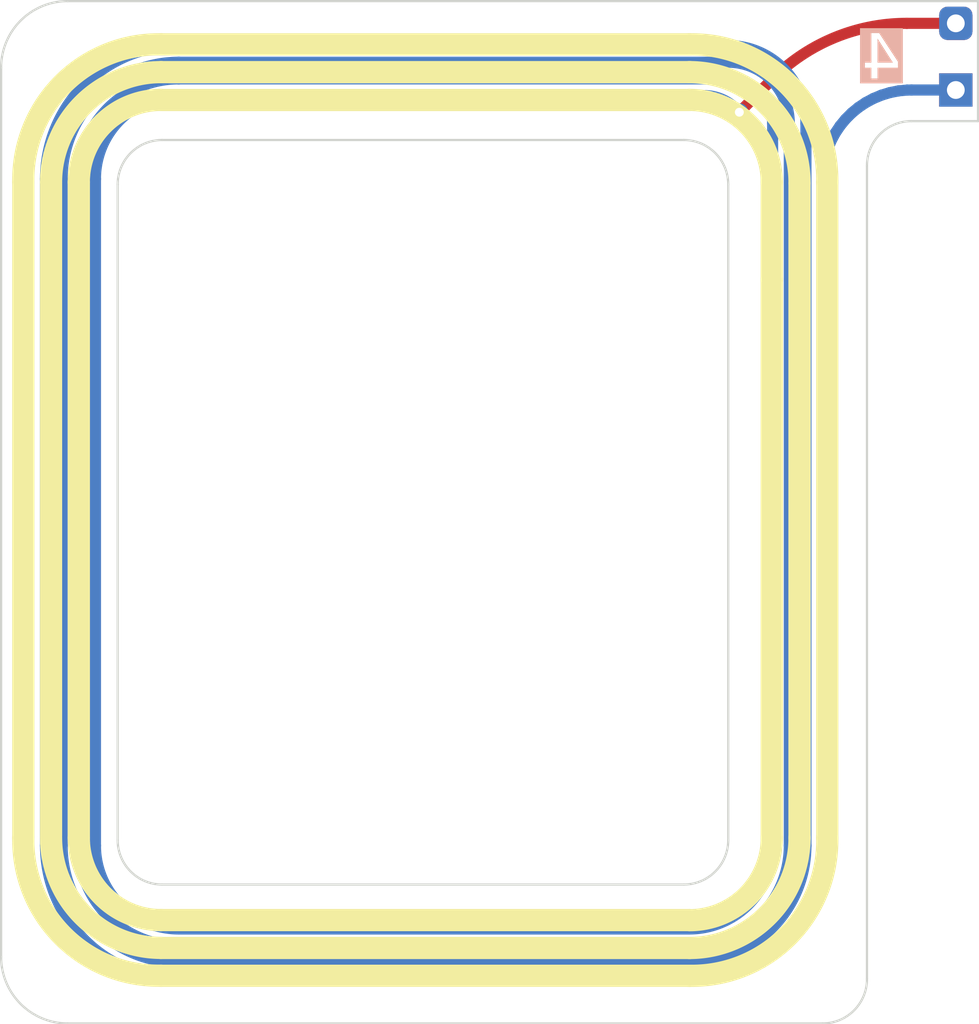
<source format=kicad_pcb>
(kicad_pcb (version 20221018) (generator pcbnew)
  (layers (0 "F.Cu" signal) (31 "B.Cu" signal) (34 "B.Paste" user) (35 "F.Paste" user) (36 "B.SilkS" user "B.Silkscreen") (37 "F.SilkS" user "F.Silkscreen") (38 "B.Mask" user) (39 "F.Mask" user) (44 "Edge.Cuts" user))
  (net 0 "")
  (footprint "" (layer "F.Cu") (at 164 57)
    (fp_text reference "" (at 0 0) (layer "F.SilkS") (effects (font (size 1.27 1.27))))
    (fp_text value "" (at 0 0) (layer "F.SilkS") (effects (font (size 1.27 1.27))))
    (pad "1" thru_hole roundrect (at 0 0) (size 1.5 1.5) (drill 0.8) (layers "*.Cu" "*.Mask"))
  )
  (footprint "" (layer "F.Cu") (at 164 60)
    (fp_text reference "" (at 0 0) (layer "F.SilkS") (effects (font (size 1.27 1.27))))
    (fp_text value "" (at 0 0) (layer "F.SilkS") (effects (font (size 1.27 1.27))))
    (pad "1" thru_hole rect (at 0 0) (size 1.5 1.5) (drill 0.8) (layers "*.Cu" "*.Mask"))
  )
  (gr_arc (start 124.5 64.15) (mid 125.585142 61.530198) (end 128.204944 60.445056) (stroke (width 1)) (layer "F.SilkS"))
  (gr_line (start 122 93.65) (end 122 64.15) (stroke (width 1)) (layer "F.SilkS"))
  (gr_line (start 152.004944 99.854944) (end 128.204944 99.854944) (stroke (width 1)) (layer "F.SilkS"))
  (gr_arc (start 156.959888 93.65) (mid 155.508607 97.153663) (end 152.004944 98.604944) (stroke (width 1)) (layer "F.SilkS"))
  (gr_line (start 156.959888 64.25) (end 156.959888 93.65) (stroke (width 1)) (layer "F.SilkS"))
  (gr_line (start 128.204944 57.945056) (end 152.004944 57.945056) (stroke (width 1)) (layer "F.SilkS"))
  (gr_arc (start 128.204944 98.6) (mid 124.701257 97.148743) (end 123.25 93.645056) (stroke (width 1)) (layer "F.SilkS"))
  (gr_arc (start 158.209888 93.65) (mid 156.427737 98.072793) (end 152.004944 99.854944) (stroke (width 1)) (layer "F.SilkS"))
  (gr_arc (start 152.004944 60.445056) (mid 154.624713 61.530231) (end 155.709888 64.15) (stroke (width 1)) (layer "F.SilkS"))
  (gr_arc (start 155.709888 93.65) (mid 154.624724 96.26978) (end 152.004944 97.354944) (stroke (width 1)) (layer "F.SilkS"))
  (gr_line (start 128.204944 60.45) (end 152.004944 60.45) (stroke (width 1)) (layer "F.SilkS"))
  (gr_line (start 152.004944 97.35) (end 128.204944 97.35) (stroke (width 1)) (layer "F.SilkS"))
  (gr_line (start 123.25 93.55) (end 123.25 64.15) (stroke (width 1)) (layer "F.SilkS"))
  (gr_arc (start 128.204944 97.35) (mid 125.58514 96.26486) (end 124.5 93.645056) (stroke (width 1)) (layer "F.SilkS"))
  (gr_arc (start 123.25 64.15) (mid 124.701279 60.646335) (end 128.204944 59.195056) (stroke (width 1)) (layer "F.SilkS"))
  (gr_line (start 155.709888 68.538047) (end 155.709888 64.15) (stroke (width 1)) (layer "F.SilkS"))
  (gr_line (start 124.5 64.15) (end 124.5 93.65) (stroke (width 1)) (layer "F.SilkS"))
  (gr_line (start 152.004944 98.604944) (end 128.204944 98.604944) (stroke (width 1)) (layer "F.SilkS"))
  (gr_arc (start 152.004944 59.195056) (mid 155.508597 60.646347) (end 156.959888 64.15) (stroke (width 1)) (layer "F.SilkS"))
  (gr_line (start 128.204944 59.195056) (end 152.004944 59.195056) (stroke (width 1)) (layer "F.SilkS"))
  (gr_line (start 155.709888 93.65) (end 155.709888 68.538047) (stroke (width 1)) (layer "F.SilkS"))
  (gr_line (start 158.209888 64.15) (end 158.209888 93.65) (stroke (width 1)) (layer "F.SilkS"))
  (gr_arc (start 122 64.15) (mid 123.782148 59.727204) (end 128.204944 57.945056) (stroke (width 1)) (layer "F.SilkS"))
  (gr_arc (start 152.004944 57.945056) (mid 156.427757 59.727187) (end 158.209888 64.15) (stroke (width 1)) (layer "F.SilkS"))
  (gr_arc (start 128.204944 99.85) (mid 123.782125 98.067875) (end 122 93.645056) (stroke (width 1)) (layer "F.SilkS"))
  (gr_arc (start 160 100) (mid 159.414214 101.414214) (end 158 102) (stroke (width 0.1)) (layer "Edge.Cuts"))
  (gr_line (start 151.75 95.75) (end 128.25 95.75) (stroke (width 0.1)) (layer "Edge.Cuts"))
  (gr_arc (start 153.75 93.75) (mid 153.164214 95.164214) (end 151.75 95.75) (stroke (width 0.1)) (layer "Edge.Cuts"))
  (gr_line (start 126.25 93.75) (end 126.25 64.25) (stroke (width 0.1)) (layer "Edge.Cuts"))
  (gr_line (start 124 102) (end 158 102) (stroke (width 0.1)) (layer "Edge.Cuts"))
  (gr_arc (start 160 63.4) (mid 160.585786 61.985786) (end 162 61.4) (stroke (width 0.1)) (layer "Edge.Cuts"))
  (gr_line (start 128.25 62.25) (end 151.75 62.25) (stroke (width 0.1)) (layer "Edge.Cuts"))
  (gr_arc (start 151.75 62.25) (mid 153.164214 62.835786) (end 153.75 64.25) (stroke (width 0.1)) (layer "Edge.Cuts"))
  (gr_arc (start 124 102) (mid 121.87868 101.12132) (end 121 99) (stroke (width 0.1)) (layer "Edge.Cuts"))
  (gr_line (start 124 56) (end 165 56) (stroke (width 0.1)) (layer "Edge.Cuts"))
  (gr_arc (start 126.25 64.25) (mid 126.835786 62.835786) (end 128.25 62.25) (stroke (width 0.1)) (layer "Edge.Cuts"))
  (gr_line (start 121 99) (end 121 59) (stroke (width 0.1)) (layer "Edge.Cuts"))
  (gr_line (start 160 63.4) (end 160 100) (stroke (width 0.1)) (layer "Edge.Cuts"))
  (gr_arc (start 121 59) (mid 121.87868 56.87868) (end 124 56) (stroke (width 0.1)) (layer "Edge.Cuts"))
  (gr_line (start 162 61.4) (end 165 61.4) (stroke (width 0.1)) (layer "Edge.Cuts"))
  (gr_line (start 165 56) (end 165 61.4) (stroke (width 0.1)) (layer "Edge.Cuts"))
  (gr_line (start 153.75 64.25) (end 153.75 93.75) (stroke (width 0.1)) (layer "Edge.Cuts"))
  (gr_arc (start 128.25 95.75) (mid 126.835786 95.164214) (end 126.25 93.75) (stroke (width 0.1)) (layer "Edge.Cuts"))
  (gr_text "4" (at 161.53 59.82) (layer "B.SilkS" knockout) (effects (font (size 2 2) (thickness 0.2)) (justify left bottom mirror)))
  (segment (start 161.793212 57) (end 164 57) (width 0.5) (layer "F.Cu") (net 0))
  (segment (start 154.25 61) (end 155.744571 59.505429) (width 0.5) (layer "F.Cu") (net 0))
  (via (at 154.25 61) (size 0.8) (drill 0.4) (layers "F.Cu" "B.Cu") (net 0))
  (arc (start 155.744571 59.505429) (mid 158.519711 57.65114) (end 161.793212 57) (width 0.5) (layer "F.Cu") (net 0))
  (segment (start 162 60) (end 161.803611 60.002409) (width 0.5) (layer "B.Cu") (net 0))
  (segment (start 155.75 61.5) (end 155.75 94) (width 0.5) (layer "B.Cu") (net 0))
  (segment (start 129 58.75) (end 153.75 58.75) (width 0.5) (layer "B.Cu") (net 0))
  (segment (start 123 94) (end 123 64) (width 0.5) (layer "B.Cu") (net 0))
  (segment (start 158.002409 63.803611) (end 158 64) (width 0.5) (layer "B.Cu") (net 0))
  (segment (start 158.381862 62.288748) (end 158.231553 62.651628) (width 0.5) (layer "B.Cu") (net 0))
  (segment (start 161.412724 60.040908) (end 161.027493 60.117535) (width 0.5) (layer "B.Cu") (net 0))
  (segment (start 154.085787 60.835787) (end 154.25 61) (width 0.5) (layer "B.Cu") (net 0))
  (segment (start 152 99.25) (end 129 99.25) (width 0.5) (layer "B.Cu") (net 0))
  (segment (start 164 60) (end 162 60) (width 0.5) (layer "B.Cu") (net 0))
  (segment (start 129 58) (end 153.75 58) (width 0.5) (layer "B.Cu") (net 0))
  (segment (start 123.75 94) (end 123.75 64) (width 0.5) (layer "B.Cu") (net 0))
  (segment (start 160.651628 60.231553) (end 160.288748 60.381862) (width 0.5) (layer "B.Cu") (net 0))
  (segment (start 125.25 94) (end 125.25 64) (width 0.5) (layer "B.Cu") (net 0))
  (segment (start 158.567017 61.942349) (end 158.381862 62.288748) (width 0.5) (layer "B.Cu") (net 0))
  (segment (start 158 64) (end 158 93.940627) (width 0.5) (layer "B.Cu") (net 0))
  (segment (start 158.231553 62.651628) (end 158.117535 63.027493) (width 0.5) (layer "B.Cu") (net 0))
  (segment (start 152 98.5) (end 129 98.5) (width 0.5) (layer "B.Cu") (net 0))
  (segment (start 152 100) (end 129 100) (width 0.5) (layer "B.Cu") (net 0))
  (segment (start 161.803611 60.002409) (end 161.412724 60.040908) (width 0.5) (layer "B.Cu") (net 0))
  (segment (start 159.034408 61.312144) (end 158.785233 61.615766) (width 0.5) (layer "B.Cu") (net 0))
  (segment (start 161.027493 60.117535) (end 160.651628 60.231553) (width 0.5) (layer "B.Cu") (net 0))
  (segment (start 159.312144 61.034408) (end 159.034408 61.312144) (width 0.5) (layer "B.Cu") (net 0))
  (segment (start 158.785233 61.615766) (end 158.567017 61.942349) (width 0.5) (layer "B.Cu") (net 0))
  (segment (start 158.117535 63.027493) (end 158.040908 63.412724) (width 0.5) (layer "B.Cu") (net 0))
  (segment (start 152 97.75) (end 129 97.75) (width 0.5) (layer "B.Cu") (net 0))
  (segment (start 156.5 61.5) (end 156.5 94) (width 0.5) (layer "B.Cu") (net 0))
  (segment (start 129 59.5) (end 153.75 59.5) (width 0.5) (layer "B.Cu") (net 0))
  (segment (start 158.040908 63.412724) (end 158.002409 63.803611) (width 0.5) (layer "B.Cu") (net 0))
  (segment (start 159.615766 60.785233) (end 159.312144 61.034408) (width 0.5) (layer "B.Cu") (net 0))
  (segment (start 124.5 94) (end 124.5 64) (width 0.5) (layer "B.Cu") (net 0))
  (segment (start 157.25 61.5) (end 157.25 94) (width 0.5) (layer "B.Cu") (net 0))
  (segment (start 159.942349 60.567017) (end 159.615766 60.785233) (width 0.5) (layer "B.Cu") (net 0))
  (segment (start 160.288748 60.381862) (end 159.942349 60.567017) (width 0.5) (layer "B.Cu") (net 0))
  (segment (start 129 60.25) (end 152.671573 60.25) (width 0.5) (layer "B.Cu") (net 0))
  (arc (start 124.5 64) (mid 125.818019 60.818019) (end 129 59.5) (width 0.5) (layer "B.Cu") (net 0))
  (arc (start 153.75 58.75) (mid 155.694544 59.555456) (end 156.5 61.5) (width 0.5) (layer "B.Cu") (net 0))
  (arc (start 154.085787 60.835787) (mid 153.43694 60.402241) (end 152.671573 60.25) (width 0.5) (layer "B.Cu") (net 0))
  (arc (start 153.75 59.5) (mid 155.164214 60.085786) (end 155.75 61.5) (width 0.5) (layer "B.Cu") (net 0))
  (arc (start 129 98.5) (mid 125.818019 97.181981) (end 124.5 94) (width 0.5) (layer "B.Cu") (net 0))
  (arc (start 129 97.75) (mid 126.34835 96.65165) (end 125.25 94) (width 0.5) (layer "B.Cu") (net 0))
  (arc (start 156.5 94) (mid 155.181981 97.181981) (end 152 98.5) (width 0.5) (layer "B.Cu") (net 0))
  (arc (start 153.75 58) (mid 156.224874 59.025126) (end 157.25 61.5) (width 0.5) (layer "B.Cu") (net 0))
  (arc (start 123.75 64) (mid 125.287689 60.287689) (end 129 58.75) (width 0.5) (layer "B.Cu") (net 0))
  (arc (start 157.25 94) (mid 155.712311 97.712311) (end 152 99.25) (width 0.5) (layer "B.Cu") (net 0))
  (arc (start 155.75 94) (mid 154.65165 96.65165) (end 152 97.75) (width 0.5) (layer "B.Cu") (net 0))
  (arc (start 123 64) (mid 124.757359 59.757359) (end 129 58) (width 0.5) (layer "B.Cu") (net 0))
  (arc (start 125.25 64) (mid 126.34835 61.34835) (end 129 60.25) (width 0.5) (layer "B.Cu") (net 0))
  (arc (start 129 99.25) (mid 125.287689 97.712311) (end 123.75 94) (width 0.5) (layer "B.Cu") (net 0))
  (arc (start 158 94) (mid 156.242641 98.242641) (end 152 100) (width 0.5) (layer "B.Cu") (net 0))
  (arc (start 129 100) (mid 124.757359 98.242641) (end 123 94) (width 0.5) (layer "B.Cu") (net 0))
)
</source>
